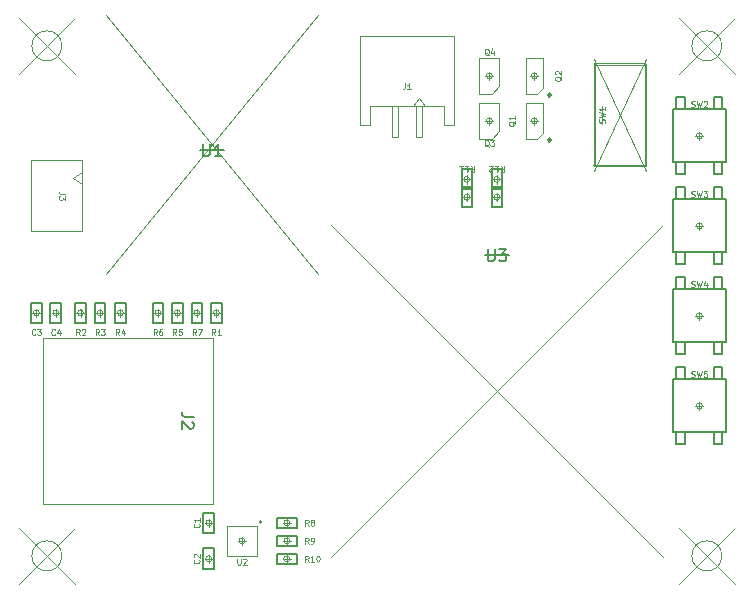
<source format=gbr>
%TF.GenerationSoftware,KiCad,Pcbnew,9.0.4*%
%TF.CreationDate,2026-02-16T08:56:39-05:00*%
%TF.ProjectId,destinationWeatherStation_v4-5,64657374-696e-4617-9469-6f6e57656174,03*%
%TF.SameCoordinates,PX6bcb370PY43d3480*%
%TF.FileFunction,AssemblyDrawing,Top*%
%FSLAX46Y46*%
G04 Gerber Fmt 4.6, Leading zero omitted, Abs format (unit mm)*
G04 Created by KiCad (PCBNEW 9.0.4) date 2026-02-16 08:56:39*
%MOMM*%
%LPD*%
G01*
G04 APERTURE LIST*
%ADD10C,0.050000*%
%ADD11C,0.150000*%
%ADD12C,0.120000*%
%ADD13C,0.250000*%
%ADD14C,0.100000*%
G04 APERTURE END LIST*
D10*
X42230428Y-13988290D02*
X42397094Y-14226385D01*
X42516142Y-13988290D02*
X42516142Y-14488290D01*
X42516142Y-14488290D02*
X42325666Y-14488290D01*
X42325666Y-14488290D02*
X42278047Y-14464480D01*
X42278047Y-14464480D02*
X42254237Y-14440671D01*
X42254237Y-14440671D02*
X42230428Y-14393052D01*
X42230428Y-14393052D02*
X42230428Y-14321623D01*
X42230428Y-14321623D02*
X42254237Y-14274004D01*
X42254237Y-14274004D02*
X42278047Y-14250195D01*
X42278047Y-14250195D02*
X42325666Y-14226385D01*
X42325666Y-14226385D02*
X42516142Y-14226385D01*
X41754237Y-13988290D02*
X42039951Y-13988290D01*
X41897094Y-13988290D02*
X41897094Y-14488290D01*
X41897094Y-14488290D02*
X41944713Y-14416861D01*
X41944713Y-14416861D02*
X41992332Y-14369242D01*
X41992332Y-14369242D02*
X42039951Y-14345433D01*
X41563761Y-14440671D02*
X41539952Y-14464480D01*
X41539952Y-14464480D02*
X41492333Y-14488290D01*
X41492333Y-14488290D02*
X41373285Y-14488290D01*
X41373285Y-14488290D02*
X41325666Y-14464480D01*
X41325666Y-14464480D02*
X41301857Y-14440671D01*
X41301857Y-14440671D02*
X41278047Y-14393052D01*
X41278047Y-14393052D02*
X41278047Y-14345433D01*
X41278047Y-14345433D02*
X41301857Y-14274004D01*
X41301857Y-14274004D02*
X41587571Y-13988290D01*
X41587571Y-13988290D02*
X41278047Y-13988290D01*
X39691428Y-13988290D02*
X39858094Y-14226385D01*
X39977142Y-13988290D02*
X39977142Y-14488290D01*
X39977142Y-14488290D02*
X39786666Y-14488290D01*
X39786666Y-14488290D02*
X39739047Y-14464480D01*
X39739047Y-14464480D02*
X39715237Y-14440671D01*
X39715237Y-14440671D02*
X39691428Y-14393052D01*
X39691428Y-14393052D02*
X39691428Y-14321623D01*
X39691428Y-14321623D02*
X39715237Y-14274004D01*
X39715237Y-14274004D02*
X39739047Y-14250195D01*
X39739047Y-14250195D02*
X39786666Y-14226385D01*
X39786666Y-14226385D02*
X39977142Y-14226385D01*
X39215237Y-13988290D02*
X39500951Y-13988290D01*
X39358094Y-13988290D02*
X39358094Y-14488290D01*
X39358094Y-14488290D02*
X39405713Y-14416861D01*
X39405713Y-14416861D02*
X39453332Y-14369242D01*
X39453332Y-14369242D02*
X39500951Y-14345433D01*
X38739047Y-13988290D02*
X39024761Y-13988290D01*
X38881904Y-13988290D02*
X38881904Y-14488290D01*
X38881904Y-14488290D02*
X38929523Y-14416861D01*
X38929523Y-14416861D02*
X38977142Y-14369242D01*
X38977142Y-14369242D02*
X39024761Y-14345433D01*
X58388334Y-31827900D02*
X58459762Y-31851709D01*
X58459762Y-31851709D02*
X58578810Y-31851709D01*
X58578810Y-31851709D02*
X58626429Y-31827900D01*
X58626429Y-31827900D02*
X58650238Y-31804090D01*
X58650238Y-31804090D02*
X58674048Y-31756471D01*
X58674048Y-31756471D02*
X58674048Y-31708852D01*
X58674048Y-31708852D02*
X58650238Y-31661233D01*
X58650238Y-31661233D02*
X58626429Y-31637423D01*
X58626429Y-31637423D02*
X58578810Y-31613614D01*
X58578810Y-31613614D02*
X58483572Y-31589804D01*
X58483572Y-31589804D02*
X58435953Y-31565995D01*
X58435953Y-31565995D02*
X58412143Y-31542185D01*
X58412143Y-31542185D02*
X58388334Y-31494566D01*
X58388334Y-31494566D02*
X58388334Y-31446947D01*
X58388334Y-31446947D02*
X58412143Y-31399328D01*
X58412143Y-31399328D02*
X58435953Y-31375519D01*
X58435953Y-31375519D02*
X58483572Y-31351709D01*
X58483572Y-31351709D02*
X58602619Y-31351709D01*
X58602619Y-31351709D02*
X58674048Y-31375519D01*
X58840714Y-31351709D02*
X58959762Y-31851709D01*
X58959762Y-31851709D02*
X59055000Y-31494566D01*
X59055000Y-31494566D02*
X59150238Y-31851709D01*
X59150238Y-31851709D02*
X59269286Y-31351709D01*
X59697857Y-31351709D02*
X59459762Y-31351709D01*
X59459762Y-31351709D02*
X59435953Y-31589804D01*
X59435953Y-31589804D02*
X59459762Y-31565995D01*
X59459762Y-31565995D02*
X59507381Y-31542185D01*
X59507381Y-31542185D02*
X59626429Y-31542185D01*
X59626429Y-31542185D02*
X59674048Y-31565995D01*
X59674048Y-31565995D02*
X59697857Y-31589804D01*
X59697857Y-31589804D02*
X59721667Y-31637423D01*
X59721667Y-31637423D02*
X59721667Y-31756471D01*
X59721667Y-31756471D02*
X59697857Y-31804090D01*
X59697857Y-31804090D02*
X59674048Y-31827900D01*
X59674048Y-31827900D02*
X59626429Y-31851709D01*
X59626429Y-31851709D02*
X59507381Y-31851709D01*
X59507381Y-31851709D02*
X59459762Y-31827900D01*
X59459762Y-31827900D02*
X59435953Y-31804090D01*
X58388334Y-16587900D02*
X58459762Y-16611709D01*
X58459762Y-16611709D02*
X58578810Y-16611709D01*
X58578810Y-16611709D02*
X58626429Y-16587900D01*
X58626429Y-16587900D02*
X58650238Y-16564090D01*
X58650238Y-16564090D02*
X58674048Y-16516471D01*
X58674048Y-16516471D02*
X58674048Y-16468852D01*
X58674048Y-16468852D02*
X58650238Y-16421233D01*
X58650238Y-16421233D02*
X58626429Y-16397423D01*
X58626429Y-16397423D02*
X58578810Y-16373614D01*
X58578810Y-16373614D02*
X58483572Y-16349804D01*
X58483572Y-16349804D02*
X58435953Y-16325995D01*
X58435953Y-16325995D02*
X58412143Y-16302185D01*
X58412143Y-16302185D02*
X58388334Y-16254566D01*
X58388334Y-16254566D02*
X58388334Y-16206947D01*
X58388334Y-16206947D02*
X58412143Y-16159328D01*
X58412143Y-16159328D02*
X58435953Y-16135519D01*
X58435953Y-16135519D02*
X58483572Y-16111709D01*
X58483572Y-16111709D02*
X58602619Y-16111709D01*
X58602619Y-16111709D02*
X58674048Y-16135519D01*
X58840714Y-16111709D02*
X58959762Y-16611709D01*
X58959762Y-16611709D02*
X59055000Y-16254566D01*
X59055000Y-16254566D02*
X59150238Y-16611709D01*
X59150238Y-16611709D02*
X59269286Y-16111709D01*
X59412143Y-16111709D02*
X59721667Y-16111709D01*
X59721667Y-16111709D02*
X59555000Y-16302185D01*
X59555000Y-16302185D02*
X59626429Y-16302185D01*
X59626429Y-16302185D02*
X59674048Y-16325995D01*
X59674048Y-16325995D02*
X59697857Y-16349804D01*
X59697857Y-16349804D02*
X59721667Y-16397423D01*
X59721667Y-16397423D02*
X59721667Y-16516471D01*
X59721667Y-16516471D02*
X59697857Y-16564090D01*
X59697857Y-16564090D02*
X59674048Y-16587900D01*
X59674048Y-16587900D02*
X59626429Y-16611709D01*
X59626429Y-16611709D02*
X59483572Y-16611709D01*
X59483572Y-16611709D02*
X59435953Y-16587900D01*
X59435953Y-16587900D02*
X59412143Y-16564090D01*
X58388334Y-8967900D02*
X58459762Y-8991709D01*
X58459762Y-8991709D02*
X58578810Y-8991709D01*
X58578810Y-8991709D02*
X58626429Y-8967900D01*
X58626429Y-8967900D02*
X58650238Y-8944090D01*
X58650238Y-8944090D02*
X58674048Y-8896471D01*
X58674048Y-8896471D02*
X58674048Y-8848852D01*
X58674048Y-8848852D02*
X58650238Y-8801233D01*
X58650238Y-8801233D02*
X58626429Y-8777423D01*
X58626429Y-8777423D02*
X58578810Y-8753614D01*
X58578810Y-8753614D02*
X58483572Y-8729804D01*
X58483572Y-8729804D02*
X58435953Y-8705995D01*
X58435953Y-8705995D02*
X58412143Y-8682185D01*
X58412143Y-8682185D02*
X58388334Y-8634566D01*
X58388334Y-8634566D02*
X58388334Y-8586947D01*
X58388334Y-8586947D02*
X58412143Y-8539328D01*
X58412143Y-8539328D02*
X58435953Y-8515519D01*
X58435953Y-8515519D02*
X58483572Y-8491709D01*
X58483572Y-8491709D02*
X58602619Y-8491709D01*
X58602619Y-8491709D02*
X58674048Y-8515519D01*
X58840714Y-8491709D02*
X58959762Y-8991709D01*
X58959762Y-8991709D02*
X59055000Y-8634566D01*
X59055000Y-8634566D02*
X59150238Y-8991709D01*
X59150238Y-8991709D02*
X59269286Y-8491709D01*
X59435953Y-8539328D02*
X59459762Y-8515519D01*
X59459762Y-8515519D02*
X59507381Y-8491709D01*
X59507381Y-8491709D02*
X59626429Y-8491709D01*
X59626429Y-8491709D02*
X59674048Y-8515519D01*
X59674048Y-8515519D02*
X59697857Y-8539328D01*
X59697857Y-8539328D02*
X59721667Y-8586947D01*
X59721667Y-8586947D02*
X59721667Y-8634566D01*
X59721667Y-8634566D02*
X59697857Y-8705995D01*
X59697857Y-8705995D02*
X59412143Y-8991709D01*
X59412143Y-8991709D02*
X59721667Y-8991709D01*
X47393328Y-6397619D02*
X47369519Y-6445238D01*
X47369519Y-6445238D02*
X47321900Y-6492857D01*
X47321900Y-6492857D02*
X47250471Y-6564285D01*
X47250471Y-6564285D02*
X47226661Y-6611904D01*
X47226661Y-6611904D02*
X47226661Y-6659523D01*
X47345709Y-6635714D02*
X47321900Y-6683333D01*
X47321900Y-6683333D02*
X47274280Y-6730952D01*
X47274280Y-6730952D02*
X47179042Y-6754761D01*
X47179042Y-6754761D02*
X47012376Y-6754761D01*
X47012376Y-6754761D02*
X46917138Y-6730952D01*
X46917138Y-6730952D02*
X46869519Y-6683333D01*
X46869519Y-6683333D02*
X46845709Y-6635714D01*
X46845709Y-6635714D02*
X46845709Y-6540476D01*
X46845709Y-6540476D02*
X46869519Y-6492857D01*
X46869519Y-6492857D02*
X46917138Y-6445238D01*
X46917138Y-6445238D02*
X47012376Y-6421428D01*
X47012376Y-6421428D02*
X47179042Y-6421428D01*
X47179042Y-6421428D02*
X47274280Y-6445238D01*
X47274280Y-6445238D02*
X47321900Y-6492857D01*
X47321900Y-6492857D02*
X47345709Y-6540476D01*
X47345709Y-6540476D02*
X47345709Y-6635714D01*
X46893328Y-6230951D02*
X46869519Y-6207142D01*
X46869519Y-6207142D02*
X46845709Y-6159523D01*
X46845709Y-6159523D02*
X46845709Y-6040475D01*
X46845709Y-6040475D02*
X46869519Y-5992856D01*
X46869519Y-5992856D02*
X46893328Y-5969047D01*
X46893328Y-5969047D02*
X46940947Y-5945237D01*
X46940947Y-5945237D02*
X46988566Y-5945237D01*
X46988566Y-5945237D02*
X47059995Y-5969047D01*
X47059995Y-5969047D02*
X47345709Y-6254761D01*
X47345709Y-6254761D02*
X47345709Y-5945237D01*
X16691090Y-47315333D02*
X16714900Y-47339142D01*
X16714900Y-47339142D02*
X16738709Y-47410571D01*
X16738709Y-47410571D02*
X16738709Y-47458190D01*
X16738709Y-47458190D02*
X16714900Y-47529618D01*
X16714900Y-47529618D02*
X16667280Y-47577237D01*
X16667280Y-47577237D02*
X16619661Y-47601047D01*
X16619661Y-47601047D02*
X16524423Y-47624856D01*
X16524423Y-47624856D02*
X16452995Y-47624856D01*
X16452995Y-47624856D02*
X16357757Y-47601047D01*
X16357757Y-47601047D02*
X16310138Y-47577237D01*
X16310138Y-47577237D02*
X16262519Y-47529618D01*
X16262519Y-47529618D02*
X16238709Y-47458190D01*
X16238709Y-47458190D02*
X16238709Y-47410571D01*
X16238709Y-47410571D02*
X16262519Y-47339142D01*
X16262519Y-47339142D02*
X16286328Y-47315333D01*
X16286328Y-47124856D02*
X16262519Y-47101047D01*
X16262519Y-47101047D02*
X16238709Y-47053428D01*
X16238709Y-47053428D02*
X16238709Y-46934380D01*
X16238709Y-46934380D02*
X16262519Y-46886761D01*
X16262519Y-46886761D02*
X16286328Y-46862952D01*
X16286328Y-46862952D02*
X16333947Y-46839142D01*
X16333947Y-46839142D02*
X16381566Y-46839142D01*
X16381566Y-46839142D02*
X16452995Y-46862952D01*
X16452995Y-46862952D02*
X16738709Y-47148666D01*
X16738709Y-47148666D02*
X16738709Y-46839142D01*
X34123333Y-6967709D02*
X34123333Y-7324852D01*
X34123333Y-7324852D02*
X34099524Y-7396280D01*
X34099524Y-7396280D02*
X34051905Y-7443900D01*
X34051905Y-7443900D02*
X33980476Y-7467709D01*
X33980476Y-7467709D02*
X33932857Y-7467709D01*
X34623333Y-7467709D02*
X34337619Y-7467709D01*
X34480476Y-7467709D02*
X34480476Y-6967709D01*
X34480476Y-6967709D02*
X34432857Y-7039138D01*
X34432857Y-7039138D02*
X34385238Y-7086757D01*
X34385238Y-7086757D02*
X34337619Y-7110566D01*
X41227380Y-4594328D02*
X41179761Y-4570519D01*
X41179761Y-4570519D02*
X41132142Y-4522900D01*
X41132142Y-4522900D02*
X41060714Y-4451471D01*
X41060714Y-4451471D02*
X41013095Y-4427661D01*
X41013095Y-4427661D02*
X40965476Y-4427661D01*
X40989285Y-4546709D02*
X40941666Y-4522900D01*
X40941666Y-4522900D02*
X40894047Y-4475280D01*
X40894047Y-4475280D02*
X40870238Y-4380042D01*
X40870238Y-4380042D02*
X40870238Y-4213376D01*
X40870238Y-4213376D02*
X40894047Y-4118138D01*
X40894047Y-4118138D02*
X40941666Y-4070519D01*
X40941666Y-4070519D02*
X40989285Y-4046709D01*
X40989285Y-4046709D02*
X41084523Y-4046709D01*
X41084523Y-4046709D02*
X41132142Y-4070519D01*
X41132142Y-4070519D02*
X41179761Y-4118138D01*
X41179761Y-4118138D02*
X41203571Y-4213376D01*
X41203571Y-4213376D02*
X41203571Y-4380042D01*
X41203571Y-4380042D02*
X41179761Y-4475280D01*
X41179761Y-4475280D02*
X41132142Y-4522900D01*
X41132142Y-4522900D02*
X41084523Y-4546709D01*
X41084523Y-4546709D02*
X40989285Y-4546709D01*
X41632143Y-4213376D02*
X41632143Y-4546709D01*
X41513095Y-4022900D02*
X41394048Y-4380042D01*
X41394048Y-4380042D02*
X41703571Y-4380042D01*
D11*
X16235180Y-35226666D02*
X15520895Y-35226666D01*
X15520895Y-35226666D02*
X15378038Y-35179047D01*
X15378038Y-35179047D02*
X15282800Y-35083809D01*
X15282800Y-35083809D02*
X15235180Y-34940952D01*
X15235180Y-34940952D02*
X15235180Y-34845714D01*
X16139942Y-35655238D02*
X16187561Y-35702857D01*
X16187561Y-35702857D02*
X16235180Y-35798095D01*
X16235180Y-35798095D02*
X16235180Y-36036190D01*
X16235180Y-36036190D02*
X16187561Y-36131428D01*
X16187561Y-36131428D02*
X16139942Y-36179047D01*
X16139942Y-36179047D02*
X16044704Y-36226666D01*
X16044704Y-36226666D02*
X15949466Y-36226666D01*
X15949466Y-36226666D02*
X15806609Y-36179047D01*
X15806609Y-36179047D02*
X15235180Y-35607619D01*
X15235180Y-35607619D02*
X15235180Y-36226666D01*
D10*
X58388334Y-24207900D02*
X58459762Y-24231709D01*
X58459762Y-24231709D02*
X58578810Y-24231709D01*
X58578810Y-24231709D02*
X58626429Y-24207900D01*
X58626429Y-24207900D02*
X58650238Y-24184090D01*
X58650238Y-24184090D02*
X58674048Y-24136471D01*
X58674048Y-24136471D02*
X58674048Y-24088852D01*
X58674048Y-24088852D02*
X58650238Y-24041233D01*
X58650238Y-24041233D02*
X58626429Y-24017423D01*
X58626429Y-24017423D02*
X58578810Y-23993614D01*
X58578810Y-23993614D02*
X58483572Y-23969804D01*
X58483572Y-23969804D02*
X58435953Y-23945995D01*
X58435953Y-23945995D02*
X58412143Y-23922185D01*
X58412143Y-23922185D02*
X58388334Y-23874566D01*
X58388334Y-23874566D02*
X58388334Y-23826947D01*
X58388334Y-23826947D02*
X58412143Y-23779328D01*
X58412143Y-23779328D02*
X58435953Y-23755519D01*
X58435953Y-23755519D02*
X58483572Y-23731709D01*
X58483572Y-23731709D02*
X58602619Y-23731709D01*
X58602619Y-23731709D02*
X58674048Y-23755519D01*
X58840714Y-23731709D02*
X58959762Y-24231709D01*
X58959762Y-24231709D02*
X59055000Y-23874566D01*
X59055000Y-23874566D02*
X59150238Y-24231709D01*
X59150238Y-24231709D02*
X59269286Y-23731709D01*
X59674048Y-23898376D02*
X59674048Y-24231709D01*
X59555000Y-23707900D02*
X59435953Y-24065042D01*
X59435953Y-24065042D02*
X59745476Y-24065042D01*
X25964655Y-47472709D02*
X25797989Y-47234614D01*
X25678941Y-47472709D02*
X25678941Y-46972709D01*
X25678941Y-46972709D02*
X25869417Y-46972709D01*
X25869417Y-46972709D02*
X25917036Y-46996519D01*
X25917036Y-46996519D02*
X25940846Y-47020328D01*
X25940846Y-47020328D02*
X25964655Y-47067947D01*
X25964655Y-47067947D02*
X25964655Y-47139376D01*
X25964655Y-47139376D02*
X25940846Y-47186995D01*
X25940846Y-47186995D02*
X25917036Y-47210804D01*
X25917036Y-47210804D02*
X25869417Y-47234614D01*
X25869417Y-47234614D02*
X25678941Y-47234614D01*
X26440846Y-47472709D02*
X26155132Y-47472709D01*
X26297989Y-47472709D02*
X26297989Y-46972709D01*
X26297989Y-46972709D02*
X26250370Y-47044138D01*
X26250370Y-47044138D02*
X26202751Y-47091757D01*
X26202751Y-47091757D02*
X26155132Y-47115566D01*
X26750369Y-46972709D02*
X26797988Y-46972709D01*
X26797988Y-46972709D02*
X26845607Y-46996519D01*
X26845607Y-46996519D02*
X26869417Y-47020328D01*
X26869417Y-47020328D02*
X26893226Y-47067947D01*
X26893226Y-47067947D02*
X26917036Y-47163185D01*
X26917036Y-47163185D02*
X26917036Y-47282233D01*
X26917036Y-47282233D02*
X26893226Y-47377471D01*
X26893226Y-47377471D02*
X26869417Y-47425090D01*
X26869417Y-47425090D02*
X26845607Y-47448900D01*
X26845607Y-47448900D02*
X26797988Y-47472709D01*
X26797988Y-47472709D02*
X26750369Y-47472709D01*
X26750369Y-47472709D02*
X26702750Y-47448900D01*
X26702750Y-47448900D02*
X26678941Y-47425090D01*
X26678941Y-47425090D02*
X26655131Y-47377471D01*
X26655131Y-47377471D02*
X26631322Y-47282233D01*
X26631322Y-47282233D02*
X26631322Y-47163185D01*
X26631322Y-47163185D02*
X26655131Y-47067947D01*
X26655131Y-47067947D02*
X26678941Y-47020328D01*
X26678941Y-47020328D02*
X26702750Y-46996519D01*
X26702750Y-46996519D02*
X26750369Y-46972709D01*
X14775666Y-28295709D02*
X14609000Y-28057614D01*
X14489952Y-28295709D02*
X14489952Y-27795709D01*
X14489952Y-27795709D02*
X14680428Y-27795709D01*
X14680428Y-27795709D02*
X14728047Y-27819519D01*
X14728047Y-27819519D02*
X14751857Y-27843328D01*
X14751857Y-27843328D02*
X14775666Y-27890947D01*
X14775666Y-27890947D02*
X14775666Y-27962376D01*
X14775666Y-27962376D02*
X14751857Y-28009995D01*
X14751857Y-28009995D02*
X14728047Y-28033804D01*
X14728047Y-28033804D02*
X14680428Y-28057614D01*
X14680428Y-28057614D02*
X14489952Y-28057614D01*
X15228047Y-27795709D02*
X14989952Y-27795709D01*
X14989952Y-27795709D02*
X14966143Y-28033804D01*
X14966143Y-28033804D02*
X14989952Y-28009995D01*
X14989952Y-28009995D02*
X15037571Y-27986185D01*
X15037571Y-27986185D02*
X15156619Y-27986185D01*
X15156619Y-27986185D02*
X15204238Y-28009995D01*
X15204238Y-28009995D02*
X15228047Y-28033804D01*
X15228047Y-28033804D02*
X15251857Y-28081423D01*
X15251857Y-28081423D02*
X15251857Y-28200471D01*
X15251857Y-28200471D02*
X15228047Y-28248090D01*
X15228047Y-28248090D02*
X15204238Y-28271900D01*
X15204238Y-28271900D02*
X15156619Y-28295709D01*
X15156619Y-28295709D02*
X15037571Y-28295709D01*
X15037571Y-28295709D02*
X14989952Y-28271900D01*
X14989952Y-28271900D02*
X14966143Y-28248090D01*
X4488666Y-28248090D02*
X4464857Y-28271900D01*
X4464857Y-28271900D02*
X4393428Y-28295709D01*
X4393428Y-28295709D02*
X4345809Y-28295709D01*
X4345809Y-28295709D02*
X4274381Y-28271900D01*
X4274381Y-28271900D02*
X4226762Y-28224280D01*
X4226762Y-28224280D02*
X4202952Y-28176661D01*
X4202952Y-28176661D02*
X4179143Y-28081423D01*
X4179143Y-28081423D02*
X4179143Y-28009995D01*
X4179143Y-28009995D02*
X4202952Y-27914757D01*
X4202952Y-27914757D02*
X4226762Y-27867138D01*
X4226762Y-27867138D02*
X4274381Y-27819519D01*
X4274381Y-27819519D02*
X4345809Y-27795709D01*
X4345809Y-27795709D02*
X4393428Y-27795709D01*
X4393428Y-27795709D02*
X4464857Y-27819519D01*
X4464857Y-27819519D02*
X4488666Y-27843328D01*
X4917238Y-27962376D02*
X4917238Y-28295709D01*
X4798190Y-27771900D02*
X4679143Y-28129042D01*
X4679143Y-28129042D02*
X4988666Y-28129042D01*
X8229666Y-28295709D02*
X8063000Y-28057614D01*
X7943952Y-28295709D02*
X7943952Y-27795709D01*
X7943952Y-27795709D02*
X8134428Y-27795709D01*
X8134428Y-27795709D02*
X8182047Y-27819519D01*
X8182047Y-27819519D02*
X8205857Y-27843328D01*
X8205857Y-27843328D02*
X8229666Y-27890947D01*
X8229666Y-27890947D02*
X8229666Y-27962376D01*
X8229666Y-27962376D02*
X8205857Y-28009995D01*
X8205857Y-28009995D02*
X8182047Y-28033804D01*
X8182047Y-28033804D02*
X8134428Y-28057614D01*
X8134428Y-28057614D02*
X7943952Y-28057614D01*
X8396333Y-27795709D02*
X8705857Y-27795709D01*
X8705857Y-27795709D02*
X8539190Y-27986185D01*
X8539190Y-27986185D02*
X8610619Y-27986185D01*
X8610619Y-27986185D02*
X8658238Y-28009995D01*
X8658238Y-28009995D02*
X8682047Y-28033804D01*
X8682047Y-28033804D02*
X8705857Y-28081423D01*
X8705857Y-28081423D02*
X8705857Y-28200471D01*
X8705857Y-28200471D02*
X8682047Y-28248090D01*
X8682047Y-28248090D02*
X8658238Y-28271900D01*
X8658238Y-28271900D02*
X8610619Y-28295709D01*
X8610619Y-28295709D02*
X8467762Y-28295709D01*
X8467762Y-28295709D02*
X8420143Y-28271900D01*
X8420143Y-28271900D02*
X8396333Y-28248090D01*
D11*
X17018095Y-12154819D02*
X17018095Y-12964342D01*
X17018095Y-12964342D02*
X17065714Y-13059580D01*
X17065714Y-13059580D02*
X17113333Y-13107200D01*
X17113333Y-13107200D02*
X17208571Y-13154819D01*
X17208571Y-13154819D02*
X17399047Y-13154819D01*
X17399047Y-13154819D02*
X17494285Y-13107200D01*
X17494285Y-13107200D02*
X17541904Y-13059580D01*
X17541904Y-13059580D02*
X17589523Y-12964342D01*
X17589523Y-12964342D02*
X17589523Y-12154819D01*
X18589523Y-13154819D02*
X18018095Y-13154819D01*
X18303809Y-13154819D02*
X18303809Y-12154819D01*
X18303809Y-12154819D02*
X18208571Y-12297676D01*
X18208571Y-12297676D02*
X18113333Y-12392914D01*
X18113333Y-12392914D02*
X18018095Y-12440533D01*
X16793095Y-12655532D02*
X18808814Y-12655532D01*
D10*
X5351290Y-16343333D02*
X4994147Y-16343333D01*
X4994147Y-16343333D02*
X4922719Y-16319524D01*
X4922719Y-16319524D02*
X4875100Y-16271905D01*
X4875100Y-16271905D02*
X4851290Y-16200476D01*
X4851290Y-16200476D02*
X4851290Y-16152857D01*
X5351290Y-16533809D02*
X5351290Y-16843333D01*
X5351290Y-16843333D02*
X5160814Y-16676666D01*
X5160814Y-16676666D02*
X5160814Y-16748095D01*
X5160814Y-16748095D02*
X5137004Y-16795714D01*
X5137004Y-16795714D02*
X5113195Y-16819523D01*
X5113195Y-16819523D02*
X5065576Y-16843333D01*
X5065576Y-16843333D02*
X4946528Y-16843333D01*
X4946528Y-16843333D02*
X4898909Y-16819523D01*
X4898909Y-16819523D02*
X4875100Y-16795714D01*
X4875100Y-16795714D02*
X4851290Y-16748095D01*
X4851290Y-16748095D02*
X4851290Y-16605238D01*
X4851290Y-16605238D02*
X4875100Y-16557619D01*
X4875100Y-16557619D02*
X4898909Y-16533809D01*
X18077666Y-28295709D02*
X17911000Y-28057614D01*
X17791952Y-28295709D02*
X17791952Y-27795709D01*
X17791952Y-27795709D02*
X17982428Y-27795709D01*
X17982428Y-27795709D02*
X18030047Y-27819519D01*
X18030047Y-27819519D02*
X18053857Y-27843328D01*
X18053857Y-27843328D02*
X18077666Y-27890947D01*
X18077666Y-27890947D02*
X18077666Y-27962376D01*
X18077666Y-27962376D02*
X18053857Y-28009995D01*
X18053857Y-28009995D02*
X18030047Y-28033804D01*
X18030047Y-28033804D02*
X17982428Y-28057614D01*
X17982428Y-28057614D02*
X17791952Y-28057614D01*
X18553857Y-28295709D02*
X18268143Y-28295709D01*
X18411000Y-28295709D02*
X18411000Y-27795709D01*
X18411000Y-27795709D02*
X18363381Y-27867138D01*
X18363381Y-27867138D02*
X18315762Y-27914757D01*
X18315762Y-27914757D02*
X18268143Y-27938566D01*
X19939047Y-47226709D02*
X19939047Y-47631471D01*
X19939047Y-47631471D02*
X19962857Y-47679090D01*
X19962857Y-47679090D02*
X19986666Y-47702900D01*
X19986666Y-47702900D02*
X20034285Y-47726709D01*
X20034285Y-47726709D02*
X20129523Y-47726709D01*
X20129523Y-47726709D02*
X20177142Y-47702900D01*
X20177142Y-47702900D02*
X20200952Y-47679090D01*
X20200952Y-47679090D02*
X20224761Y-47631471D01*
X20224761Y-47631471D02*
X20224761Y-47226709D01*
X20439048Y-47274328D02*
X20462857Y-47250519D01*
X20462857Y-47250519D02*
X20510476Y-47226709D01*
X20510476Y-47226709D02*
X20629524Y-47226709D01*
X20629524Y-47226709D02*
X20677143Y-47250519D01*
X20677143Y-47250519D02*
X20700952Y-47274328D01*
X20700952Y-47274328D02*
X20724762Y-47321947D01*
X20724762Y-47321947D02*
X20724762Y-47369566D01*
X20724762Y-47369566D02*
X20700952Y-47440995D01*
X20700952Y-47440995D02*
X20415238Y-47726709D01*
X20415238Y-47726709D02*
X20724762Y-47726709D01*
X43456328Y-10207619D02*
X43432519Y-10255238D01*
X43432519Y-10255238D02*
X43384900Y-10302857D01*
X43384900Y-10302857D02*
X43313471Y-10374285D01*
X43313471Y-10374285D02*
X43289661Y-10421904D01*
X43289661Y-10421904D02*
X43289661Y-10469523D01*
X43408709Y-10445714D02*
X43384900Y-10493333D01*
X43384900Y-10493333D02*
X43337280Y-10540952D01*
X43337280Y-10540952D02*
X43242042Y-10564761D01*
X43242042Y-10564761D02*
X43075376Y-10564761D01*
X43075376Y-10564761D02*
X42980138Y-10540952D01*
X42980138Y-10540952D02*
X42932519Y-10493333D01*
X42932519Y-10493333D02*
X42908709Y-10445714D01*
X42908709Y-10445714D02*
X42908709Y-10350476D01*
X42908709Y-10350476D02*
X42932519Y-10302857D01*
X42932519Y-10302857D02*
X42980138Y-10255238D01*
X42980138Y-10255238D02*
X43075376Y-10231428D01*
X43075376Y-10231428D02*
X43242042Y-10231428D01*
X43242042Y-10231428D02*
X43337280Y-10255238D01*
X43337280Y-10255238D02*
X43384900Y-10302857D01*
X43384900Y-10302857D02*
X43408709Y-10350476D01*
X43408709Y-10350476D02*
X43408709Y-10445714D01*
X43408709Y-9755237D02*
X43408709Y-10040951D01*
X43408709Y-9898094D02*
X42908709Y-9898094D01*
X42908709Y-9898094D02*
X42980138Y-9945713D01*
X42980138Y-9945713D02*
X43027757Y-9993332D01*
X43027757Y-9993332D02*
X43051566Y-10040951D01*
X6578666Y-28295709D02*
X6412000Y-28057614D01*
X6292952Y-28295709D02*
X6292952Y-27795709D01*
X6292952Y-27795709D02*
X6483428Y-27795709D01*
X6483428Y-27795709D02*
X6531047Y-27819519D01*
X6531047Y-27819519D02*
X6554857Y-27843328D01*
X6554857Y-27843328D02*
X6578666Y-27890947D01*
X6578666Y-27890947D02*
X6578666Y-27962376D01*
X6578666Y-27962376D02*
X6554857Y-28009995D01*
X6554857Y-28009995D02*
X6531047Y-28033804D01*
X6531047Y-28033804D02*
X6483428Y-28057614D01*
X6483428Y-28057614D02*
X6292952Y-28057614D01*
X6769143Y-27843328D02*
X6792952Y-27819519D01*
X6792952Y-27819519D02*
X6840571Y-27795709D01*
X6840571Y-27795709D02*
X6959619Y-27795709D01*
X6959619Y-27795709D02*
X7007238Y-27819519D01*
X7007238Y-27819519D02*
X7031047Y-27843328D01*
X7031047Y-27843328D02*
X7054857Y-27890947D01*
X7054857Y-27890947D02*
X7054857Y-27938566D01*
X7054857Y-27938566D02*
X7031047Y-28009995D01*
X7031047Y-28009995D02*
X6745333Y-28295709D01*
X6745333Y-28295709D02*
X7054857Y-28295709D01*
D11*
X41148095Y-21044819D02*
X41148095Y-21854342D01*
X41148095Y-21854342D02*
X41195714Y-21949580D01*
X41195714Y-21949580D02*
X41243333Y-21997200D01*
X41243333Y-21997200D02*
X41338571Y-22044819D01*
X41338571Y-22044819D02*
X41529047Y-22044819D01*
X41529047Y-22044819D02*
X41624285Y-21997200D01*
X41624285Y-21997200D02*
X41671904Y-21949580D01*
X41671904Y-21949580D02*
X41719523Y-21854342D01*
X41719523Y-21854342D02*
X41719523Y-21044819D01*
X42100476Y-21044819D02*
X42719523Y-21044819D01*
X42719523Y-21044819D02*
X42386190Y-21425771D01*
X42386190Y-21425771D02*
X42529047Y-21425771D01*
X42529047Y-21425771D02*
X42624285Y-21473390D01*
X42624285Y-21473390D02*
X42671904Y-21521009D01*
X42671904Y-21521009D02*
X42719523Y-21616247D01*
X42719523Y-21616247D02*
X42719523Y-21854342D01*
X42719523Y-21854342D02*
X42671904Y-21949580D01*
X42671904Y-21949580D02*
X42624285Y-21997200D01*
X42624285Y-21997200D02*
X42529047Y-22044819D01*
X42529047Y-22044819D02*
X42243333Y-22044819D01*
X42243333Y-22044819D02*
X42148095Y-21997200D01*
X42148095Y-21997200D02*
X42100476Y-21949580D01*
X40923095Y-21544819D02*
X42944523Y-21544819D01*
D10*
X25964655Y-45948709D02*
X25797989Y-45710614D01*
X25678941Y-45948709D02*
X25678941Y-45448709D01*
X25678941Y-45448709D02*
X25869417Y-45448709D01*
X25869417Y-45448709D02*
X25917036Y-45472519D01*
X25917036Y-45472519D02*
X25940846Y-45496328D01*
X25940846Y-45496328D02*
X25964655Y-45543947D01*
X25964655Y-45543947D02*
X25964655Y-45615376D01*
X25964655Y-45615376D02*
X25940846Y-45662995D01*
X25940846Y-45662995D02*
X25917036Y-45686804D01*
X25917036Y-45686804D02*
X25869417Y-45710614D01*
X25869417Y-45710614D02*
X25678941Y-45710614D01*
X26202751Y-45948709D02*
X26297989Y-45948709D01*
X26297989Y-45948709D02*
X26345608Y-45924900D01*
X26345608Y-45924900D02*
X26369417Y-45901090D01*
X26369417Y-45901090D02*
X26417036Y-45829661D01*
X26417036Y-45829661D02*
X26440846Y-45734423D01*
X26440846Y-45734423D02*
X26440846Y-45543947D01*
X26440846Y-45543947D02*
X26417036Y-45496328D01*
X26417036Y-45496328D02*
X26393227Y-45472519D01*
X26393227Y-45472519D02*
X26345608Y-45448709D01*
X26345608Y-45448709D02*
X26250370Y-45448709D01*
X26250370Y-45448709D02*
X26202751Y-45472519D01*
X26202751Y-45472519D02*
X26178941Y-45496328D01*
X26178941Y-45496328D02*
X26155132Y-45543947D01*
X26155132Y-45543947D02*
X26155132Y-45662995D01*
X26155132Y-45662995D02*
X26178941Y-45710614D01*
X26178941Y-45710614D02*
X26202751Y-45734423D01*
X26202751Y-45734423D02*
X26250370Y-45758233D01*
X26250370Y-45758233D02*
X26345608Y-45758233D01*
X26345608Y-45758233D02*
X26393227Y-45734423D01*
X26393227Y-45734423D02*
X26417036Y-45710614D01*
X26417036Y-45710614D02*
X26440846Y-45662995D01*
X13124666Y-28295709D02*
X12958000Y-28057614D01*
X12838952Y-28295709D02*
X12838952Y-27795709D01*
X12838952Y-27795709D02*
X13029428Y-27795709D01*
X13029428Y-27795709D02*
X13077047Y-27819519D01*
X13077047Y-27819519D02*
X13100857Y-27843328D01*
X13100857Y-27843328D02*
X13124666Y-27890947D01*
X13124666Y-27890947D02*
X13124666Y-27962376D01*
X13124666Y-27962376D02*
X13100857Y-28009995D01*
X13100857Y-28009995D02*
X13077047Y-28033804D01*
X13077047Y-28033804D02*
X13029428Y-28057614D01*
X13029428Y-28057614D02*
X12838952Y-28057614D01*
X13553238Y-27795709D02*
X13458000Y-27795709D01*
X13458000Y-27795709D02*
X13410381Y-27819519D01*
X13410381Y-27819519D02*
X13386571Y-27843328D01*
X13386571Y-27843328D02*
X13338952Y-27914757D01*
X13338952Y-27914757D02*
X13315143Y-28009995D01*
X13315143Y-28009995D02*
X13315143Y-28200471D01*
X13315143Y-28200471D02*
X13338952Y-28248090D01*
X13338952Y-28248090D02*
X13362762Y-28271900D01*
X13362762Y-28271900D02*
X13410381Y-28295709D01*
X13410381Y-28295709D02*
X13505619Y-28295709D01*
X13505619Y-28295709D02*
X13553238Y-28271900D01*
X13553238Y-28271900D02*
X13577047Y-28248090D01*
X13577047Y-28248090D02*
X13600857Y-28200471D01*
X13600857Y-28200471D02*
X13600857Y-28081423D01*
X13600857Y-28081423D02*
X13577047Y-28033804D01*
X13577047Y-28033804D02*
X13553238Y-28009995D01*
X13553238Y-28009995D02*
X13505619Y-27986185D01*
X13505619Y-27986185D02*
X13410381Y-27986185D01*
X13410381Y-27986185D02*
X13362762Y-28009995D01*
X13362762Y-28009995D02*
X13338952Y-28033804D01*
X13338952Y-28033804D02*
X13315143Y-28081423D01*
X51028900Y-10318665D02*
X51052709Y-10247237D01*
X51052709Y-10247237D02*
X51052709Y-10128189D01*
X51052709Y-10128189D02*
X51028900Y-10080570D01*
X51028900Y-10080570D02*
X51005090Y-10056761D01*
X51005090Y-10056761D02*
X50957471Y-10032951D01*
X50957471Y-10032951D02*
X50909852Y-10032951D01*
X50909852Y-10032951D02*
X50862233Y-10056761D01*
X50862233Y-10056761D02*
X50838423Y-10080570D01*
X50838423Y-10080570D02*
X50814614Y-10128189D01*
X50814614Y-10128189D02*
X50790804Y-10223427D01*
X50790804Y-10223427D02*
X50766995Y-10271046D01*
X50766995Y-10271046D02*
X50743185Y-10294856D01*
X50743185Y-10294856D02*
X50695566Y-10318665D01*
X50695566Y-10318665D02*
X50647947Y-10318665D01*
X50647947Y-10318665D02*
X50600328Y-10294856D01*
X50600328Y-10294856D02*
X50576519Y-10271046D01*
X50576519Y-10271046D02*
X50552709Y-10223427D01*
X50552709Y-10223427D02*
X50552709Y-10104380D01*
X50552709Y-10104380D02*
X50576519Y-10032951D01*
X50552709Y-9866285D02*
X51052709Y-9747237D01*
X51052709Y-9747237D02*
X50695566Y-9651999D01*
X50695566Y-9651999D02*
X51052709Y-9556761D01*
X51052709Y-9556761D02*
X50552709Y-9437714D01*
X51052709Y-8985332D02*
X51052709Y-9271046D01*
X51052709Y-9128189D02*
X50552709Y-9128189D01*
X50552709Y-9128189D02*
X50624138Y-9175808D01*
X50624138Y-9175808D02*
X50671757Y-9223427D01*
X50671757Y-9223427D02*
X50695566Y-9271046D01*
X50802709Y-10393665D02*
X50802709Y-8912235D01*
X16426666Y-28295709D02*
X16260000Y-28057614D01*
X16140952Y-28295709D02*
X16140952Y-27795709D01*
X16140952Y-27795709D02*
X16331428Y-27795709D01*
X16331428Y-27795709D02*
X16379047Y-27819519D01*
X16379047Y-27819519D02*
X16402857Y-27843328D01*
X16402857Y-27843328D02*
X16426666Y-27890947D01*
X16426666Y-27890947D02*
X16426666Y-27962376D01*
X16426666Y-27962376D02*
X16402857Y-28009995D01*
X16402857Y-28009995D02*
X16379047Y-28033804D01*
X16379047Y-28033804D02*
X16331428Y-28057614D01*
X16331428Y-28057614D02*
X16140952Y-28057614D01*
X16593333Y-27795709D02*
X16926666Y-27795709D01*
X16926666Y-27795709D02*
X16712381Y-28295709D01*
X25964655Y-44424709D02*
X25797989Y-44186614D01*
X25678941Y-44424709D02*
X25678941Y-43924709D01*
X25678941Y-43924709D02*
X25869417Y-43924709D01*
X25869417Y-43924709D02*
X25917036Y-43948519D01*
X25917036Y-43948519D02*
X25940846Y-43972328D01*
X25940846Y-43972328D02*
X25964655Y-44019947D01*
X25964655Y-44019947D02*
X25964655Y-44091376D01*
X25964655Y-44091376D02*
X25940846Y-44138995D01*
X25940846Y-44138995D02*
X25917036Y-44162804D01*
X25917036Y-44162804D02*
X25869417Y-44186614D01*
X25869417Y-44186614D02*
X25678941Y-44186614D01*
X26250370Y-44138995D02*
X26202751Y-44115185D01*
X26202751Y-44115185D02*
X26178941Y-44091376D01*
X26178941Y-44091376D02*
X26155132Y-44043757D01*
X26155132Y-44043757D02*
X26155132Y-44019947D01*
X26155132Y-44019947D02*
X26178941Y-43972328D01*
X26178941Y-43972328D02*
X26202751Y-43948519D01*
X26202751Y-43948519D02*
X26250370Y-43924709D01*
X26250370Y-43924709D02*
X26345608Y-43924709D01*
X26345608Y-43924709D02*
X26393227Y-43948519D01*
X26393227Y-43948519D02*
X26417036Y-43972328D01*
X26417036Y-43972328D02*
X26440846Y-44019947D01*
X26440846Y-44019947D02*
X26440846Y-44043757D01*
X26440846Y-44043757D02*
X26417036Y-44091376D01*
X26417036Y-44091376D02*
X26393227Y-44115185D01*
X26393227Y-44115185D02*
X26345608Y-44138995D01*
X26345608Y-44138995D02*
X26250370Y-44138995D01*
X26250370Y-44138995D02*
X26202751Y-44162804D01*
X26202751Y-44162804D02*
X26178941Y-44186614D01*
X26178941Y-44186614D02*
X26155132Y-44234233D01*
X26155132Y-44234233D02*
X26155132Y-44329471D01*
X26155132Y-44329471D02*
X26178941Y-44377090D01*
X26178941Y-44377090D02*
X26202751Y-44400900D01*
X26202751Y-44400900D02*
X26250370Y-44424709D01*
X26250370Y-44424709D02*
X26345608Y-44424709D01*
X26345608Y-44424709D02*
X26393227Y-44400900D01*
X26393227Y-44400900D02*
X26417036Y-44377090D01*
X26417036Y-44377090D02*
X26440846Y-44329471D01*
X26440846Y-44329471D02*
X26440846Y-44234233D01*
X26440846Y-44234233D02*
X26417036Y-44186614D01*
X26417036Y-44186614D02*
X26393227Y-44162804D01*
X26393227Y-44162804D02*
X26345608Y-44138995D01*
X16691090Y-44279333D02*
X16714900Y-44303142D01*
X16714900Y-44303142D02*
X16738709Y-44374571D01*
X16738709Y-44374571D02*
X16738709Y-44422190D01*
X16738709Y-44422190D02*
X16714900Y-44493618D01*
X16714900Y-44493618D02*
X16667280Y-44541237D01*
X16667280Y-44541237D02*
X16619661Y-44565047D01*
X16619661Y-44565047D02*
X16524423Y-44588856D01*
X16524423Y-44588856D02*
X16452995Y-44588856D01*
X16452995Y-44588856D02*
X16357757Y-44565047D01*
X16357757Y-44565047D02*
X16310138Y-44541237D01*
X16310138Y-44541237D02*
X16262519Y-44493618D01*
X16262519Y-44493618D02*
X16238709Y-44422190D01*
X16238709Y-44422190D02*
X16238709Y-44374571D01*
X16238709Y-44374571D02*
X16262519Y-44303142D01*
X16262519Y-44303142D02*
X16286328Y-44279333D01*
X16738709Y-43803142D02*
X16738709Y-44088856D01*
X16738709Y-43945999D02*
X16238709Y-43945999D01*
X16238709Y-43945999D02*
X16310138Y-43993618D01*
X16310138Y-43993618D02*
X16357757Y-44041237D01*
X16357757Y-44041237D02*
X16381566Y-44088856D01*
X9949666Y-28295709D02*
X9783000Y-28057614D01*
X9663952Y-28295709D02*
X9663952Y-27795709D01*
X9663952Y-27795709D02*
X9854428Y-27795709D01*
X9854428Y-27795709D02*
X9902047Y-27819519D01*
X9902047Y-27819519D02*
X9925857Y-27843328D01*
X9925857Y-27843328D02*
X9949666Y-27890947D01*
X9949666Y-27890947D02*
X9949666Y-27962376D01*
X9949666Y-27962376D02*
X9925857Y-28009995D01*
X9925857Y-28009995D02*
X9902047Y-28033804D01*
X9902047Y-28033804D02*
X9854428Y-28057614D01*
X9854428Y-28057614D02*
X9663952Y-28057614D01*
X10378238Y-27962376D02*
X10378238Y-28295709D01*
X10259190Y-27771900D02*
X10140143Y-28129042D01*
X10140143Y-28129042D02*
X10449666Y-28129042D01*
X2837666Y-28248090D02*
X2813857Y-28271900D01*
X2813857Y-28271900D02*
X2742428Y-28295709D01*
X2742428Y-28295709D02*
X2694809Y-28295709D01*
X2694809Y-28295709D02*
X2623381Y-28271900D01*
X2623381Y-28271900D02*
X2575762Y-28224280D01*
X2575762Y-28224280D02*
X2551952Y-28176661D01*
X2551952Y-28176661D02*
X2528143Y-28081423D01*
X2528143Y-28081423D02*
X2528143Y-28009995D01*
X2528143Y-28009995D02*
X2551952Y-27914757D01*
X2551952Y-27914757D02*
X2575762Y-27867138D01*
X2575762Y-27867138D02*
X2623381Y-27819519D01*
X2623381Y-27819519D02*
X2694809Y-27795709D01*
X2694809Y-27795709D02*
X2742428Y-27795709D01*
X2742428Y-27795709D02*
X2813857Y-27819519D01*
X2813857Y-27819519D02*
X2837666Y-27843328D01*
X3004333Y-27795709D02*
X3313857Y-27795709D01*
X3313857Y-27795709D02*
X3147190Y-27986185D01*
X3147190Y-27986185D02*
X3218619Y-27986185D01*
X3218619Y-27986185D02*
X3266238Y-28009995D01*
X3266238Y-28009995D02*
X3290047Y-28033804D01*
X3290047Y-28033804D02*
X3313857Y-28081423D01*
X3313857Y-28081423D02*
X3313857Y-28200471D01*
X3313857Y-28200471D02*
X3290047Y-28248090D01*
X3290047Y-28248090D02*
X3266238Y-28271900D01*
X3266238Y-28271900D02*
X3218619Y-28295709D01*
X3218619Y-28295709D02*
X3075762Y-28295709D01*
X3075762Y-28295709D02*
X3028143Y-28271900D01*
X3028143Y-28271900D02*
X3004333Y-28248090D01*
X41227380Y-12341328D02*
X41179761Y-12317519D01*
X41179761Y-12317519D02*
X41132142Y-12269900D01*
X41132142Y-12269900D02*
X41060714Y-12198471D01*
X41060714Y-12198471D02*
X41013095Y-12174661D01*
X41013095Y-12174661D02*
X40965476Y-12174661D01*
X40989285Y-12293709D02*
X40941666Y-12269900D01*
X40941666Y-12269900D02*
X40894047Y-12222280D01*
X40894047Y-12222280D02*
X40870238Y-12127042D01*
X40870238Y-12127042D02*
X40870238Y-11960376D01*
X40870238Y-11960376D02*
X40894047Y-11865138D01*
X40894047Y-11865138D02*
X40941666Y-11817519D01*
X40941666Y-11817519D02*
X40989285Y-11793709D01*
X40989285Y-11793709D02*
X41084523Y-11793709D01*
X41084523Y-11793709D02*
X41132142Y-11817519D01*
X41132142Y-11817519D02*
X41179761Y-11865138D01*
X41179761Y-11865138D02*
X41203571Y-11960376D01*
X41203571Y-11960376D02*
X41203571Y-12127042D01*
X41203571Y-12127042D02*
X41179761Y-12222280D01*
X41179761Y-12222280D02*
X41132142Y-12269900D01*
X41132142Y-12269900D02*
X41084523Y-12293709D01*
X41084523Y-12293709D02*
X40989285Y-12293709D01*
X41370238Y-11793709D02*
X41679762Y-11793709D01*
X41679762Y-11793709D02*
X41513095Y-11984185D01*
X41513095Y-11984185D02*
X41584524Y-11984185D01*
X41584524Y-11984185D02*
X41632143Y-12007995D01*
X41632143Y-12007995D02*
X41655952Y-12031804D01*
X41655952Y-12031804D02*
X41679762Y-12079423D01*
X41679762Y-12079423D02*
X41679762Y-12198471D01*
X41679762Y-12198471D02*
X41655952Y-12246090D01*
X41655952Y-12246090D02*
X41632143Y-12269900D01*
X41632143Y-12269900D02*
X41584524Y-12293709D01*
X41584524Y-12293709D02*
X41441667Y-12293709D01*
X41441667Y-12293709D02*
X41394048Y-12269900D01*
X41394048Y-12269900D02*
X41370238Y-12246090D01*
D11*
%TO.C,R12*%
X41460000Y-17480000D02*
X41460000Y-15780000D01*
X42360000Y-17480000D02*
X41460000Y-17480000D01*
D10*
X41560000Y-16630000D02*
X42260000Y-16630000D01*
X41910000Y-16280000D02*
X41910000Y-16980000D01*
D11*
X41460000Y-15970000D02*
X41460000Y-14270000D01*
X42360000Y-15970000D02*
X41460000Y-15970000D01*
X41460000Y-15780000D02*
X42360000Y-15780000D01*
X42360000Y-15780000D02*
X42360000Y-17480000D01*
D10*
X41560000Y-15120000D02*
X42260000Y-15120000D01*
X41910000Y-14770000D02*
X41910000Y-15470000D01*
D11*
X41460000Y-14270000D02*
X42360000Y-14270000D01*
X42360000Y-14270000D02*
X42360000Y-15970000D01*
D10*
X42160000Y-16630000D02*
G75*
G02*
X41660000Y-16630000I-250000J0D01*
G01*
X41660000Y-16630000D02*
G75*
G02*
X42160000Y-16630000I250000J0D01*
G01*
X42160000Y-15120000D02*
G75*
G02*
X41660000Y-15120000I-250000J0D01*
G01*
X41660000Y-15120000D02*
G75*
G02*
X42160000Y-15120000I250000J0D01*
G01*
D11*
%TO.C,R11*%
X38920000Y-17480000D02*
X38920000Y-15780000D01*
X39820000Y-17480000D02*
X38920000Y-17480000D01*
D10*
X39020000Y-16630000D02*
X39720000Y-16630000D01*
X39370000Y-16280000D02*
X39370000Y-16980000D01*
D11*
X38920000Y-15970000D02*
X38920000Y-14270000D01*
X39820000Y-15970000D02*
X38920000Y-15970000D01*
X38920000Y-15780000D02*
X39820000Y-15780000D01*
X39820000Y-15780000D02*
X39820000Y-17480000D01*
D10*
X39020000Y-15120000D02*
X39720000Y-15120000D01*
X39370000Y-14770000D02*
X39370000Y-15470000D01*
D11*
X38920000Y-14270000D02*
X39820000Y-14270000D01*
X39820000Y-14270000D02*
X39820000Y-15970000D01*
D10*
X39620000Y-16630000D02*
G75*
G02*
X39120000Y-16630000I-250000J0D01*
G01*
X39120000Y-16630000D02*
G75*
G02*
X39620000Y-16630000I250000J0D01*
G01*
X39620000Y-15120000D02*
G75*
G02*
X39120000Y-15120000I-250000J0D01*
G01*
X39120000Y-15120000D02*
G75*
G02*
X39620000Y-15120000I250000J0D01*
G01*
%TO.C,SW5*%
X59055000Y-33940000D02*
X59055000Y-34640000D01*
X59405000Y-34290000D02*
X58705000Y-34290000D01*
D11*
X57805000Y-31040000D02*
X57105000Y-31040000D01*
X57105000Y-32040000D01*
X57805000Y-32040000D01*
X57805000Y-31040000D01*
X57805000Y-36540000D02*
X57105000Y-36540000D01*
X57105000Y-37540000D01*
X57805000Y-37540000D01*
X57805000Y-36540000D01*
X61005000Y-31040000D02*
X60305000Y-31040000D01*
X60305000Y-32040000D01*
X61005000Y-32040000D01*
X61005000Y-31040000D01*
X61005000Y-36540000D02*
X60305000Y-36540000D01*
X60305000Y-37540000D01*
X61005000Y-37540000D01*
X61005000Y-36540000D01*
X61305000Y-32040000D02*
X56805000Y-32040000D01*
X56805000Y-36540000D01*
X61305000Y-36540000D01*
X61305000Y-32040000D01*
D10*
X59305000Y-34290000D02*
G75*
G02*
X58805000Y-34290000I-250000J0D01*
G01*
X58805000Y-34290000D02*
G75*
G02*
X59305000Y-34290000I250000J0D01*
G01*
%TO.C,SW3*%
X59055000Y-18700000D02*
X59055000Y-19400000D01*
X59405000Y-19050000D02*
X58705000Y-19050000D01*
D11*
X57805000Y-15800000D02*
X57105000Y-15800000D01*
X57105000Y-16800000D01*
X57805000Y-16800000D01*
X57805000Y-15800000D01*
X57805000Y-21300000D02*
X57105000Y-21300000D01*
X57105000Y-22300000D01*
X57805000Y-22300000D01*
X57805000Y-21300000D01*
X61005000Y-15800000D02*
X60305000Y-15800000D01*
X60305000Y-16800000D01*
X61005000Y-16800000D01*
X61005000Y-15800000D01*
X61005000Y-21300000D02*
X60305000Y-21300000D01*
X60305000Y-22300000D01*
X61005000Y-22300000D01*
X61005000Y-21300000D01*
X61305000Y-16800000D02*
X56805000Y-16800000D01*
X56805000Y-21300000D01*
X61305000Y-21300000D01*
X61305000Y-16800000D01*
D10*
X59305000Y-19050000D02*
G75*
G02*
X58805000Y-19050000I-250000J0D01*
G01*
X58805000Y-19050000D02*
G75*
G02*
X59305000Y-19050000I250000J0D01*
G01*
%TO.C,SW2*%
X59055000Y-11080000D02*
X59055000Y-11780000D01*
X59405000Y-11430000D02*
X58705000Y-11430000D01*
D11*
X57805000Y-8180000D02*
X57105000Y-8180000D01*
X57105000Y-9180000D01*
X57805000Y-9180000D01*
X57805000Y-8180000D01*
X57805000Y-13680000D02*
X57105000Y-13680000D01*
X57105000Y-14680000D01*
X57805000Y-14680000D01*
X57805000Y-13680000D01*
X61005000Y-8180000D02*
X60305000Y-8180000D01*
X60305000Y-9180000D01*
X61005000Y-9180000D01*
X61005000Y-8180000D01*
X61005000Y-13680000D02*
X60305000Y-13680000D01*
X60305000Y-14680000D01*
X61005000Y-14680000D01*
X61005000Y-13680000D01*
X61305000Y-9180000D02*
X56805000Y-9180000D01*
X56805000Y-13680000D01*
X61305000Y-13680000D01*
X61305000Y-9180000D01*
D10*
X59305000Y-11430000D02*
G75*
G02*
X58805000Y-11430000I-250000J0D01*
G01*
X58805000Y-11430000D02*
G75*
G02*
X59305000Y-11430000I250000J0D01*
G01*
D12*
%TO.C,Q2*%
X44385000Y-4830000D02*
X45785000Y-4830000D01*
X44385000Y-7870000D02*
X44385000Y-4830000D01*
D10*
X44735000Y-6350000D02*
X45435000Y-6350000D01*
X45085000Y-6700000D02*
X45085000Y-6000000D01*
D12*
X45318000Y-7870000D02*
X44385000Y-7870000D01*
X45785000Y-4830000D02*
X45785000Y-7403000D01*
X45785000Y-7403000D02*
X45318000Y-7870000D01*
D10*
X45335000Y-6350000D02*
G75*
G02*
X44835000Y-6350000I-250000J0D01*
G01*
X44835000Y-6350000D02*
G75*
G02*
X45335000Y-6350000I250000J0D01*
G01*
D13*
X46486000Y-7975000D02*
G75*
G02*
X46236000Y-7975000I-125000J0D01*
G01*
X46236000Y-7975000D02*
G75*
G02*
X46486000Y-7975000I125000J0D01*
G01*
D14*
%TO.C,H1*%
X5080000Y-3810000D02*
G75*
G02*
X2540000Y-3810000I-1270000J0D01*
G01*
X2540000Y-3810000D02*
G75*
G02*
X5080000Y-3810000I1270000J0D01*
G01*
X5080000Y-3810000D02*
G75*
G02*
X2540000Y-3810000I-1270000J0D01*
G01*
X2540000Y-3810000D02*
G75*
G02*
X5080000Y-3810000I1270000J0D01*
G01*
D11*
%TO.C,C2*%
X17051000Y-46357000D02*
X18001000Y-46357000D01*
X17051000Y-48107000D02*
X17051000Y-46357000D01*
D10*
X17526000Y-47582000D02*
X17526000Y-46882000D01*
X17876000Y-47232000D02*
X17176000Y-47232000D01*
D11*
X18001000Y-46357000D02*
X18001000Y-48107000D01*
X18001000Y-48107000D02*
X17051000Y-48107000D01*
D10*
X17776000Y-47232000D02*
G75*
G02*
X17276000Y-47232000I-250000J0D01*
G01*
X17276000Y-47232000D02*
G75*
G02*
X17776000Y-47232000I250000J0D01*
G01*
D14*
%TO.C,J1*%
X30340000Y-10539000D02*
X30340000Y-2939000D01*
X31140000Y-8939000D02*
X31140000Y-10539000D01*
X31140000Y-10539000D02*
X30340000Y-10539000D01*
X35290000Y-8231893D02*
X34790000Y-8939000D01*
X35790000Y-8939000D02*
X35290000Y-8231893D01*
X37440000Y-8939000D02*
X31140000Y-8939000D01*
X37440000Y-10539000D02*
X37440000Y-8939000D01*
X38240000Y-2939000D02*
X30340000Y-2939000D01*
X38240000Y-10539000D02*
X37440000Y-10539000D01*
X38240000Y-10539000D02*
X38240000Y-2939000D01*
X33540000Y-11539000D02*
X33040000Y-11539000D01*
X33040000Y-8939000D01*
X33540000Y-8939000D01*
X33540000Y-11539000D01*
X35540000Y-11539000D02*
X35040000Y-11539000D01*
X35040000Y-8939000D01*
X35540000Y-8939000D01*
X35540000Y-11539000D01*
D12*
%TO.C,Q4*%
X40425000Y-4850000D02*
X42125000Y-4850000D01*
X40425000Y-7850000D02*
X40425000Y-4850000D01*
D10*
X40925000Y-6350000D02*
X41625000Y-6350000D01*
X41275000Y-6700000D02*
X41275000Y-6000000D01*
D12*
X41492000Y-7850000D02*
X40425000Y-7850000D01*
X42125000Y-4850000D02*
X42125000Y-7217000D01*
X42125000Y-7217000D02*
X41492000Y-7850000D01*
D10*
X41525000Y-6350000D02*
G75*
G02*
X41025000Y-6350000I-250000J0D01*
G01*
X41025000Y-6350000D02*
G75*
G02*
X41525000Y-6350000I250000J0D01*
G01*
%TO.C,J2*%
D14*
X17893000Y-28560000D02*
X3443000Y-28560000D01*
X3443000Y-42560000D01*
X17893000Y-42560000D01*
X17893000Y-28560000D01*
D10*
%TO.C,SW4*%
X59055000Y-26320000D02*
X59055000Y-27020000D01*
X59405000Y-26670000D02*
X58705000Y-26670000D01*
D11*
X57805000Y-23420000D02*
X57105000Y-23420000D01*
X57105000Y-24420000D01*
X57805000Y-24420000D01*
X57805000Y-23420000D01*
X57805000Y-28920000D02*
X57105000Y-28920000D01*
X57105000Y-29920000D01*
X57805000Y-29920000D01*
X57805000Y-28920000D01*
X61005000Y-23420000D02*
X60305000Y-23420000D01*
X60305000Y-24420000D01*
X61005000Y-24420000D01*
X61005000Y-23420000D01*
X61005000Y-28920000D02*
X60305000Y-28920000D01*
X60305000Y-29920000D01*
X61005000Y-29920000D01*
X61005000Y-28920000D01*
X61305000Y-24420000D02*
X56805000Y-24420000D01*
X56805000Y-28920000D01*
X61305000Y-28920000D01*
X61305000Y-24420000D01*
D10*
X59305000Y-26670000D02*
G75*
G02*
X58805000Y-26670000I-250000J0D01*
G01*
X58805000Y-26670000D02*
G75*
G02*
X59305000Y-26670000I250000J0D01*
G01*
D11*
%TO.C,R10*%
X23275000Y-46794000D02*
X24975000Y-46794000D01*
X23275000Y-47694000D02*
X23275000Y-46794000D01*
D10*
X23775000Y-47244000D02*
X24475000Y-47244000D01*
X24125000Y-47594000D02*
X24125000Y-46894000D01*
D11*
X24975000Y-46794000D02*
X24975000Y-47694000D01*
X24975000Y-47694000D02*
X23275000Y-47694000D01*
D10*
X24375000Y-47244000D02*
G75*
G02*
X23875000Y-47244000I-250000J0D01*
G01*
X23875000Y-47244000D02*
G75*
G02*
X24375000Y-47244000I250000J0D01*
G01*
D11*
%TO.C,R5*%
X14409000Y-25566000D02*
X15309000Y-25566000D01*
X14409000Y-27266000D02*
X14409000Y-25566000D01*
D10*
X14859000Y-26766000D02*
X14859000Y-26066000D01*
X15209000Y-26416000D02*
X14509000Y-26416000D01*
D11*
X15309000Y-25566000D02*
X15309000Y-27266000D01*
X15309000Y-27266000D02*
X14409000Y-27266000D01*
D10*
X15109000Y-26416000D02*
G75*
G02*
X14609000Y-26416000I-250000J0D01*
G01*
X14609000Y-26416000D02*
G75*
G02*
X15109000Y-26416000I250000J0D01*
G01*
D11*
%TO.C,C4*%
X4097000Y-25541000D02*
X5047000Y-25541000D01*
X4097000Y-27291000D02*
X4097000Y-25541000D01*
D10*
X4222000Y-26416000D02*
X4922000Y-26416000D01*
X4572000Y-26066000D02*
X4572000Y-26766000D01*
D11*
X5047000Y-25541000D02*
X5047000Y-27291000D01*
X5047000Y-27291000D02*
X4097000Y-27291000D01*
D10*
X4822000Y-26416000D02*
G75*
G02*
X4322000Y-26416000I-250000J0D01*
G01*
X4322000Y-26416000D02*
G75*
G02*
X4822000Y-26416000I250000J0D01*
G01*
D14*
%TO.C,H4*%
X60960000Y-46990000D02*
G75*
G02*
X58420000Y-46990000I-1270000J0D01*
G01*
X58420000Y-46990000D02*
G75*
G02*
X60960000Y-46990000I1270000J0D01*
G01*
X60960000Y-46990000D02*
G75*
G02*
X58420000Y-46990000I-1270000J0D01*
G01*
X58420000Y-46990000D02*
G75*
G02*
X60960000Y-46990000I1270000J0D01*
G01*
D11*
%TO.C,R3*%
X7863000Y-25566000D02*
X8763000Y-25566000D01*
X7863000Y-27266000D02*
X7863000Y-25566000D01*
D10*
X8313000Y-26766000D02*
X8313000Y-26066000D01*
X8663000Y-26416000D02*
X7963000Y-26416000D01*
D11*
X8763000Y-25566000D02*
X8763000Y-27266000D01*
X8763000Y-27266000D02*
X7863000Y-27266000D01*
D10*
X8563000Y-26416000D02*
G75*
G02*
X8063000Y-26416000I-250000J0D01*
G01*
X8063000Y-26416000D02*
G75*
G02*
X8563000Y-26416000I250000J0D01*
G01*
D14*
%TO.C,J3*%
X2505000Y-13510000D02*
X2505000Y-19510000D01*
X6047893Y-15010000D02*
X6755000Y-15510000D01*
X6755000Y-13510000D02*
X2505000Y-13510000D01*
X6755000Y-13510000D02*
X6755000Y-19510000D01*
X6755000Y-14510000D02*
X6047893Y-15010000D01*
X6755000Y-19510000D02*
X2505000Y-19510000D01*
D11*
%TO.C,R1*%
X17711000Y-25566000D02*
X18611000Y-25566000D01*
X17711000Y-27266000D02*
X17711000Y-25566000D01*
D10*
X18161000Y-26766000D02*
X18161000Y-26066000D01*
X18511000Y-26416000D02*
X17811000Y-26416000D01*
D11*
X18611000Y-25566000D02*
X18611000Y-27266000D01*
X18611000Y-27266000D02*
X17711000Y-27266000D01*
D10*
X18411000Y-26416000D02*
G75*
G02*
X17911000Y-26416000I-250000J0D01*
G01*
X17911000Y-26416000D02*
G75*
G02*
X18411000Y-26416000I250000J0D01*
G01*
%TO.C,U2*%
X20320000Y-45370000D02*
X20320000Y-46070000D01*
X20670000Y-45720000D02*
X19970000Y-45720000D01*
D14*
X19070000Y-44470000D02*
X21570000Y-44470000D01*
X21570000Y-46970000D01*
X19070000Y-46970000D01*
X19070000Y-44470000D01*
D10*
X20570000Y-45720000D02*
G75*
G02*
X20070000Y-45720000I-250000J0D01*
G01*
X20070000Y-45720000D02*
G75*
G02*
X20570000Y-45720000I250000J0D01*
G01*
D11*
X21995000Y-44120000D02*
G75*
G02*
X21845000Y-44120000I-75000J0D01*
G01*
X21845000Y-44120000D02*
G75*
G02*
X21995000Y-44120000I75000J0D01*
G01*
D12*
%TO.C,Q1*%
X44385000Y-8640000D02*
X45785000Y-8640000D01*
X44385000Y-11680000D02*
X44385000Y-8640000D01*
D10*
X44735000Y-10160000D02*
X45435000Y-10160000D01*
X45085000Y-10510000D02*
X45085000Y-9810000D01*
D12*
X45318000Y-11680000D02*
X44385000Y-11680000D01*
X45785000Y-8640000D02*
X45785000Y-11213000D01*
X45785000Y-11213000D02*
X45318000Y-11680000D01*
D10*
X45335000Y-10160000D02*
G75*
G02*
X44835000Y-10160000I-250000J0D01*
G01*
X44835000Y-10160000D02*
G75*
G02*
X45335000Y-10160000I250000J0D01*
G01*
D13*
X46486000Y-11785000D02*
G75*
G02*
X46236000Y-11785000I-125000J0D01*
G01*
X46236000Y-11785000D02*
G75*
G02*
X46486000Y-11785000I125000J0D01*
G01*
D11*
%TO.C,R2*%
X6212000Y-25566000D02*
X7112000Y-25566000D01*
X6212000Y-27266000D02*
X6212000Y-25566000D01*
D10*
X6662000Y-26766000D02*
X6662000Y-26066000D01*
X7012000Y-26416000D02*
X6312000Y-26416000D01*
D11*
X7112000Y-25566000D02*
X7112000Y-27266000D01*
X7112000Y-27266000D02*
X6212000Y-27266000D01*
D10*
X6912000Y-26416000D02*
G75*
G02*
X6412000Y-26416000I-250000J0D01*
G01*
X6412000Y-26416000D02*
G75*
G02*
X6912000Y-26416000I250000J0D01*
G01*
D11*
%TO.C,R9*%
X23285000Y-45270000D02*
X24985000Y-45270000D01*
X23285000Y-46170000D02*
X23285000Y-45270000D01*
D10*
X23785000Y-45720000D02*
X24485000Y-45720000D01*
X24135000Y-46070000D02*
X24135000Y-45370000D01*
D11*
X24985000Y-45270000D02*
X24985000Y-46170000D01*
X24985000Y-46170000D02*
X23285000Y-46170000D01*
D10*
X24385000Y-45720000D02*
G75*
G02*
X23885000Y-45720000I-250000J0D01*
G01*
X23885000Y-45720000D02*
G75*
G02*
X24385000Y-45720000I250000J0D01*
G01*
D11*
%TO.C,R6*%
X12758000Y-25566000D02*
X13658000Y-25566000D01*
X12758000Y-27266000D02*
X12758000Y-25566000D01*
D10*
X13208000Y-26766000D02*
X13208000Y-26066000D01*
X13558000Y-26416000D02*
X12858000Y-26416000D01*
D11*
X13658000Y-25566000D02*
X13658000Y-27266000D01*
X13658000Y-27266000D02*
X12758000Y-27266000D01*
D10*
X13458000Y-26416000D02*
G75*
G02*
X12958000Y-26416000I-250000J0D01*
G01*
X12958000Y-26416000D02*
G75*
G02*
X13458000Y-26416000I250000J0D01*
G01*
D14*
X50174000Y-14012000D02*
X54474000Y-14012000D01*
X54474000Y-13892000D02*
G75*
G02*
X54474000Y-14012000I0J-60000D01*
G01*
X54474000Y-13892000D02*
X50174000Y-13892000D01*
X50174000Y-13892000D02*
G75*
G03*
X50174000Y-14012000I0J-60000D01*
G01*
X54534000Y-13952000D02*
X54534000Y-5352000D01*
X54414000Y-5352000D02*
G75*
G02*
X54534000Y-5352000I60000J0D01*
G01*
X54414000Y-5352000D02*
X54414000Y-13952000D01*
X54414000Y-13952000D02*
G75*
G03*
X54534000Y-13952000I60000J0D01*
G01*
X54474000Y-5292000D02*
X50174000Y-5292000D01*
X50174000Y-5412000D02*
G75*
G02*
X50174000Y-5292000I0J60000D01*
G01*
X50174000Y-5412000D02*
X54474000Y-5412000D01*
X54474000Y-5412000D02*
G75*
G03*
X54474000Y-5292000I0J60000D01*
G01*
X50114000Y-5352000D02*
X50114000Y-13952000D01*
X50234000Y-13952000D02*
G75*
G02*
X50114000Y-13952000I-60000J0D01*
G01*
X50234000Y-13952000D02*
X50234000Y-5352000D01*
X50234000Y-5352000D02*
G75*
G03*
X50114000Y-5352000I-60000J0D01*
G01*
%TO.C,H3*%
X5080000Y-46990000D02*
G75*
G02*
X2540000Y-46990000I-1270000J0D01*
G01*
X2540000Y-46990000D02*
G75*
G02*
X5080000Y-46990000I1270000J0D01*
G01*
X5080000Y-46990000D02*
G75*
G02*
X2540000Y-46990000I-1270000J0D01*
G01*
X2540000Y-46990000D02*
G75*
G02*
X5080000Y-46990000I1270000J0D01*
G01*
D11*
%TO.C,R7*%
X16060000Y-25566000D02*
X16960000Y-25566000D01*
X16060000Y-27266000D02*
X16060000Y-25566000D01*
D10*
X16510000Y-26766000D02*
X16510000Y-26066000D01*
X16860000Y-26416000D02*
X16160000Y-26416000D01*
D11*
X16960000Y-25566000D02*
X16960000Y-27266000D01*
X16960000Y-27266000D02*
X16060000Y-27266000D01*
D10*
X16760000Y-26416000D02*
G75*
G02*
X16260000Y-26416000I-250000J0D01*
G01*
X16260000Y-26416000D02*
G75*
G02*
X16760000Y-26416000I250000J0D01*
G01*
D11*
%TO.C,R8*%
X23285000Y-43746000D02*
X24985000Y-43746000D01*
X23285000Y-44646000D02*
X23285000Y-43746000D01*
D10*
X23785000Y-44196000D02*
X24485000Y-44196000D01*
X24135000Y-44546000D02*
X24135000Y-43846000D01*
D11*
X24985000Y-43746000D02*
X24985000Y-44646000D01*
X24985000Y-44646000D02*
X23285000Y-44646000D01*
D10*
X24385000Y-44196000D02*
G75*
G02*
X23885000Y-44196000I-250000J0D01*
G01*
X23885000Y-44196000D02*
G75*
G02*
X24385000Y-44196000I250000J0D01*
G01*
D11*
%TO.C,C1*%
X17051000Y-43321000D02*
X18001000Y-43321000D01*
X17051000Y-45071000D02*
X17051000Y-43321000D01*
D10*
X17526000Y-44546000D02*
X17526000Y-43846000D01*
X17876000Y-44196000D02*
X17176000Y-44196000D01*
D11*
X18001000Y-43321000D02*
X18001000Y-45071000D01*
X18001000Y-45071000D02*
X17051000Y-45071000D01*
D10*
X17776000Y-44196000D02*
G75*
G02*
X17276000Y-44196000I-250000J0D01*
G01*
X17276000Y-44196000D02*
G75*
G02*
X17776000Y-44196000I250000J0D01*
G01*
D11*
%TO.C,R4*%
X9583000Y-25566000D02*
X10483000Y-25566000D01*
X9583000Y-27266000D02*
X9583000Y-25566000D01*
D10*
X10033000Y-26766000D02*
X10033000Y-26066000D01*
X10383000Y-26416000D02*
X9683000Y-26416000D01*
D11*
X10483000Y-25566000D02*
X10483000Y-27266000D01*
X10483000Y-27266000D02*
X9583000Y-27266000D01*
D10*
X10283000Y-26416000D02*
G75*
G02*
X9783000Y-26416000I-250000J0D01*
G01*
X9783000Y-26416000D02*
G75*
G02*
X10283000Y-26416000I250000J0D01*
G01*
D11*
%TO.C,C3*%
X2446000Y-25541000D02*
X3396000Y-25541000D01*
X2446000Y-27291000D02*
X2446000Y-25541000D01*
D10*
X2571000Y-26416000D02*
X3271000Y-26416000D01*
X2921000Y-26066000D02*
X2921000Y-26766000D01*
D11*
X3396000Y-25541000D02*
X3396000Y-27291000D01*
X3396000Y-27291000D02*
X2446000Y-27291000D01*
D10*
X3171000Y-26416000D02*
G75*
G02*
X2671000Y-26416000I-250000J0D01*
G01*
X2671000Y-26416000D02*
G75*
G02*
X3171000Y-26416000I250000J0D01*
G01*
D12*
%TO.C,Q3*%
X40425000Y-8660000D02*
X42125000Y-8660000D01*
X40425000Y-11660000D02*
X40425000Y-8660000D01*
D10*
X40925000Y-10160000D02*
X41625000Y-10160000D01*
X41275000Y-10510000D02*
X41275000Y-9810000D01*
D12*
X41492000Y-11660000D02*
X40425000Y-11660000D01*
X42125000Y-8660000D02*
X42125000Y-11027000D01*
X42125000Y-11027000D02*
X41492000Y-11660000D01*
D10*
X41525000Y-10160000D02*
G75*
G02*
X41025000Y-10160000I-250000J0D01*
G01*
X41025000Y-10160000D02*
G75*
G02*
X41525000Y-10160000I250000J0D01*
G01*
D14*
%TO.C,H2*%
X60960000Y-3810000D02*
G75*
G02*
X58420000Y-3810000I-1270000J0D01*
G01*
X58420000Y-3810000D02*
G75*
G02*
X60960000Y-3810000I1270000J0D01*
G01*
X60960000Y-3810000D02*
G75*
G02*
X58420000Y-3810000I-1270000J0D01*
G01*
X58420000Y-3810000D02*
G75*
G02*
X60960000Y-3810000I1270000J0D01*
G01*
%TD*%
X1412493Y-1413748D02*
X6204999Y-6206251D01*
X1412493Y-6206251D02*
X6204999Y-1413748D01*
X57292493Y-44593748D02*
X62084999Y-49386251D01*
X57292493Y-49386251D02*
X62084999Y-44593748D01*
X8829999Y-1210000D02*
X26730001Y-23110501D01*
X8829999Y-23110501D02*
X26730001Y-1210000D01*
X27840000Y-18950000D02*
X55980000Y-47090000D01*
X27840000Y-47090000D02*
X55980000Y-18950000D01*
X50114000Y-4902000D02*
X54534000Y-14402000D01*
X50114000Y-14402000D02*
X54534000Y-4902000D01*
X1412493Y-44593748D02*
X6204999Y-49386251D01*
X1412493Y-49386251D02*
X6204999Y-44593748D01*
X57292493Y-1413748D02*
X62084999Y-6206251D01*
X57292493Y-6206251D02*
X62084999Y-1413748D01*
M02*

</source>
